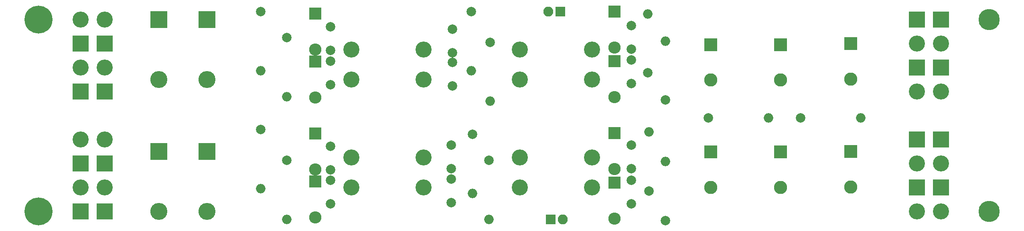
<source format=gbr>
G04 #@! TF.FileFunction,Soldermask,Top*
%FSLAX46Y46*%
G04 Gerber Fmt 4.6, Leading zero omitted, Abs format (unit mm)*
G04 Created by KiCad (PCBNEW 4.0.7) date 11/01/20 21:53:34*
%MOMM*%
%LPD*%
G01*
G04 APERTURE LIST*
%ADD10C,0.100000*%
%ADD11R,2.100000X2.100000*%
%ADD12O,2.100000X2.100000*%
%ADD13C,2.000000*%
%ADD14O,2.000000X2.000000*%
%ADD15R,2.800000X2.800000*%
%ADD16C,2.800000*%
%ADD17R,3.600000X3.600000*%
%ADD18O,3.600000X3.600000*%
%ADD19R,2.600000X2.600000*%
%ADD20O,2.600000X2.600000*%
%ADD21C,3.400000*%
%ADD22C,5.900000*%
%ADD23C,4.500000*%
%ADD24R,3.400000X3.400000*%
G04 APERTURE END LIST*
D10*
D11*
X149520000Y-47800000D03*
D12*
X146980000Y-47800000D03*
D13*
X86270000Y-47800000D03*
D14*
X86270000Y-60300000D03*
D13*
X86270000Y-72800000D03*
D14*
X86270000Y-85300000D03*
D13*
X130770000Y-47800000D03*
D14*
X130770000Y-60300000D03*
D13*
X131020000Y-73800000D03*
D14*
X131020000Y-86300000D03*
D13*
X168020000Y-60800000D03*
D14*
X168020000Y-48300000D03*
D13*
X168270000Y-85800000D03*
D14*
X168270000Y-73300000D03*
D15*
X181270000Y-54800000D03*
D16*
X181270000Y-62300000D03*
D15*
X181270000Y-77550000D03*
D16*
X181270000Y-85050000D03*
D15*
X196020000Y-54800000D03*
D16*
X196020000Y-62300000D03*
D15*
X196020000Y-77550000D03*
D16*
X196020000Y-85050000D03*
D15*
X210820000Y-54610000D03*
D16*
X210820000Y-62110000D03*
D15*
X210820000Y-77470000D03*
D16*
X210820000Y-84970000D03*
D17*
X64770000Y-49530000D03*
D18*
X64770000Y-62230000D03*
D17*
X64770000Y-77470000D03*
D18*
X64770000Y-90170000D03*
D17*
X74930000Y-49530000D03*
D18*
X74930000Y-62230000D03*
D17*
X74930000Y-77470000D03*
D18*
X74930000Y-90170000D03*
D19*
X97790000Y-48260000D03*
D20*
X97790000Y-55880000D03*
D19*
X97790000Y-58420000D03*
D20*
X97790000Y-66040000D03*
D19*
X97790000Y-73660000D03*
D20*
X97790000Y-81280000D03*
D19*
X97790000Y-83820000D03*
D20*
X97790000Y-91440000D03*
D19*
X161020000Y-47800000D03*
D20*
X161020000Y-55420000D03*
D19*
X161020000Y-58300000D03*
D20*
X161020000Y-65920000D03*
D19*
X161020000Y-73550000D03*
D20*
X161020000Y-81170000D03*
D19*
X161020000Y-84050000D03*
D20*
X161020000Y-91670000D03*
D21*
X120650000Y-55880000D03*
X105410000Y-55880000D03*
X120650000Y-62230000D03*
X105410000Y-62230000D03*
X120650000Y-78740000D03*
X105410000Y-78740000D03*
X120650000Y-85090000D03*
X105410000Y-85090000D03*
X156210000Y-55880000D03*
X140970000Y-55880000D03*
X156210000Y-62230000D03*
X140970000Y-62230000D03*
X156210000Y-78740000D03*
X140970000Y-78740000D03*
X156210000Y-85090000D03*
X140970000Y-85090000D03*
D22*
X39370000Y-49530000D03*
X39370000Y-90170000D03*
D23*
X240030000Y-49530000D03*
X240030000Y-90170000D03*
D13*
X91770000Y-53300000D03*
D14*
X91770000Y-65800000D03*
D13*
X91770000Y-79300000D03*
D14*
X91770000Y-91800000D03*
D13*
X101020000Y-51050000D03*
X101020000Y-56050000D03*
X101020000Y-76300000D03*
X101020000Y-81300000D03*
X126770000Y-51550000D03*
X126770000Y-56550000D03*
X126520000Y-76050000D03*
X126520000Y-81050000D03*
X164520000Y-50800000D03*
X164520000Y-55800000D03*
X164520000Y-76050000D03*
X164520000Y-81050000D03*
X101020000Y-58300000D03*
X101020000Y-63300000D03*
X101020000Y-83550000D03*
X101020000Y-88550000D03*
X134770000Y-54300000D03*
D14*
X134770000Y-66800000D03*
D13*
X134520000Y-79300000D03*
D14*
X134520000Y-91800000D03*
D13*
X126770000Y-58550000D03*
X126770000Y-63550000D03*
X126520000Y-83300000D03*
X126520000Y-88300000D03*
X171770000Y-66550000D03*
D14*
X171770000Y-54050000D03*
D13*
X171770000Y-92050000D03*
D14*
X171770000Y-79550000D03*
D13*
X164520000Y-58050000D03*
X164520000Y-63050000D03*
X164520000Y-83550000D03*
X164520000Y-88550000D03*
D11*
X147520000Y-91800000D03*
D12*
X150060000Y-91800000D03*
D13*
X200270000Y-70300000D03*
D14*
X212970000Y-70300000D03*
D13*
X180770000Y-70300000D03*
D14*
X193470000Y-70300000D03*
D24*
X53340000Y-54610000D03*
D21*
X53340000Y-49530000D03*
D24*
X48260000Y-54610000D03*
D21*
X48260000Y-49530000D03*
D24*
X53340000Y-64770000D03*
D21*
X53340000Y-59690000D03*
D24*
X48260000Y-64770000D03*
D21*
X48260000Y-59690000D03*
D24*
X53340000Y-80010000D03*
D21*
X53340000Y-74930000D03*
D24*
X48260000Y-80010000D03*
D21*
X48260000Y-74930000D03*
D24*
X53340000Y-90170000D03*
D21*
X53340000Y-85090000D03*
D24*
X48260000Y-90170000D03*
D21*
X48260000Y-85090000D03*
D24*
X224790000Y-59690000D03*
D21*
X224790000Y-64770000D03*
D24*
X229870000Y-59690000D03*
D21*
X229870000Y-64770000D03*
D24*
X224790000Y-85090000D03*
D21*
X224790000Y-90170000D03*
D24*
X229870000Y-85090000D03*
D21*
X229870000Y-90170000D03*
D24*
X224790000Y-49530000D03*
D21*
X224790000Y-54610000D03*
D24*
X229870000Y-49530000D03*
D21*
X229870000Y-54610000D03*
D24*
X224790000Y-74930000D03*
D21*
X224790000Y-80010000D03*
D24*
X229870000Y-74930000D03*
D21*
X229870000Y-80010000D03*
M02*

</source>
